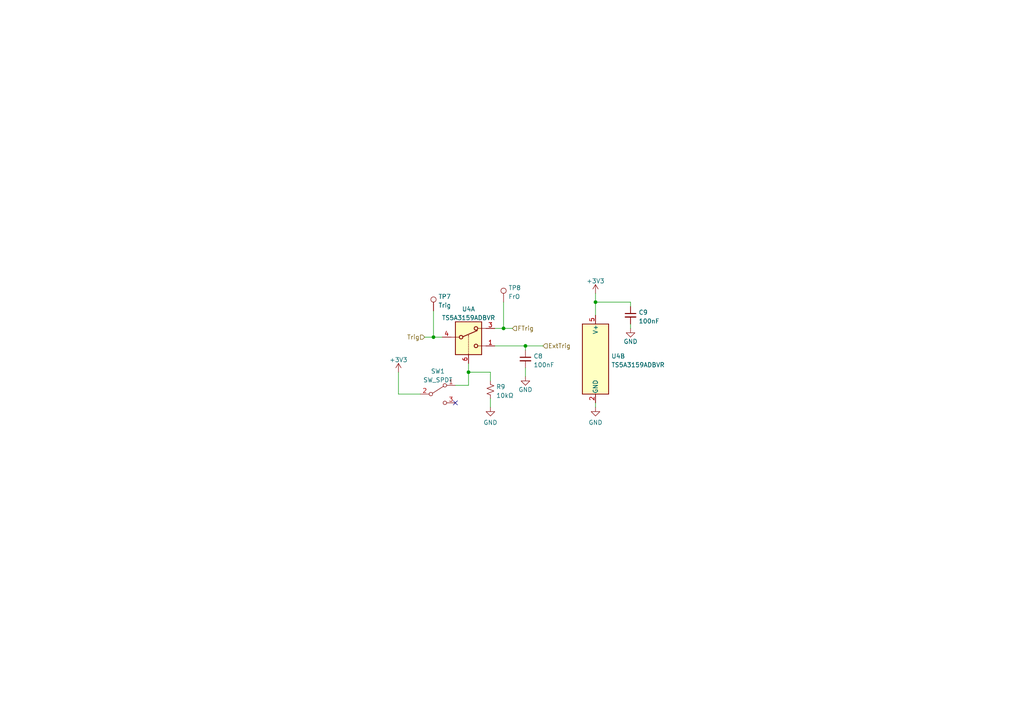
<source format=kicad_sch>
(kicad_sch (version 20211123) (generator eeschema)
  (paper "A4")
  (lib_symbols
    (symbol "Analog_Switch:TS5A3159ADBVR" (pin_names (offset 0.127))
      (property "Reference" "U" (at -3.175 4.699 0))
      (property "Value" "TS5A3159ADBVR" (at -3.175 2.921 0))
      (symbol "TS5A3159ADBVR_1_1"
        (rectangle (start -3.81 1.905) (end 3.81 -7.62) (stroke (width 0.254)) (fill (type background)))
        (circle (center -2.159 -2.54) (radius 0.508) (stroke (width 0.254)))
        (polyline (pts (xy -5.08 -2.54) (xy -2.794 -2.54)))
        (polyline (pts (xy -1.651 -2.413) (xy 2.54 -0.635)) (stroke (width 0.254)))
        (polyline (pts (xy 0 -7.62) (xy 0 -7.112)))
        (polyline (pts (xy 0 -6.858) (xy 0 -6.604)))
        (polyline (pts (xy 0 -6.35) (xy 0 -6.096)))
        (polyline (pts (xy 0 -5.842) (xy 0 -5.588)))
        (polyline (pts (xy 0 -5.334) (xy 0 -5.08)))
        (polyline (pts (xy 0 -4.826) (xy 0 -4.572)))
        (polyline (pts (xy 0 -4.318) (xy 0 -4.064)))
        (polyline (pts (xy 0 -3.81) (xy 0 -3.556)))
        (polyline (pts (xy 0 -3.302) (xy 0 -3.048)))
        (polyline (pts (xy 0 -2.794) (xy 0 -2.54)))
        (polyline (pts (xy 0 -2.286) (xy 0 -2.032)))
        (polyline (pts (xy 0 -2.286) (xy 0 -2.032)))
        (polyline (pts (xy 5.08 -5.08) (xy 2.794 -5.08)))
        (polyline (pts (xy 5.08 0) (xy 2.794 0)))
        (circle (center 2.159 -5.08) (radius 0.508) (stroke (width 0.254)))
        (circle (center 2.159 0) (radius 0.508) (stroke (width 0.254)))
        (pin passive line (at 7.62 -5.08 180) (length 2.54) (name "~") (number "1"))
        (pin passive line (at 7.62 0 180) (length 2.54) (name "~") (number "3"))
        (pin passive line (at -7.62 -2.54 0) (length 2.54) (name "~") (number "4"))
        (pin input line (at 0 -10.16 90) (length 2.54) (name "~") (number "6"))
      )
      (symbol "TS5A3159ADBVR_2_0"
        (pin power_in line (at 0 -12.7 90) (length 2.54) (name "GND") (number "2"))
        (pin power_in line (at 0 12.7 270) (length 2.54) (name "V+") (number "5"))
      )
      (symbol "TS5A3159ADBVR_2_1"
        (rectangle (start -3.81 10.16) (end 3.81 -10.16) (stroke (width 0.254)) (fill (type background)))
      )
    )
    (symbol "Connector:TestPoint" (pin_numbers hide) (pin_names (offset 0.762) hide)
      (property "Reference" "TP" (at 0 6.858 0))
      (property "Value" "TestPoint" (at 0 5.08 0))
      (symbol "TestPoint_0_1"
        (circle (center 0 3.302) (radius 0.762))
      )
      (symbol "TestPoint_1_1"
        (pin passive line (at 0 0 90) (length 2.54) (name "1") (number "1"))
      )
    )
    (symbol "Device:C_Small" (pin_numbers hide) (pin_names (offset 0.254) hide)
      (property "Reference" "C" (at 0.254 1.778 0))
      (property "Value" "C_Small" (at 0.254 -2.032 0))
      (symbol "C_Small_0_1"
        (polyline (pts (xy -1.524 -0.508) (xy 1.524 -0.508)) (stroke (width 0.3302)))
        (polyline (pts (xy -1.524 0.508) (xy 1.524 0.508)) (stroke (width 0.3048)))
      )
      (symbol "C_Small_1_1"
        (pin passive line (at 0 2.54 270) (length 2.032) (name "~") (number "1"))
        (pin passive line (at 0 -2.54 90) (length 2.032) (name "~") (number "2"))
      )
    )
    (symbol "Device:R_Small_US" (pin_numbers hide) (pin_names (offset 0.254) hide)
      (property "Reference" "R" (at 0.762 0.508 0))
      (property "Value" "R_Small_US" (at 0.762 -1.016 0))
      (symbol "R_Small_US_1_1"
        (polyline (pts (xy 0 0) (xy 1.016 -0.381) (xy 0 -0.762) (xy -1.016 -1.143) (xy 0 -1.524)))
        (polyline (pts (xy 0 1.524) (xy 1.016 1.143) (xy 0 0.762) (xy -1.016 0.381) (xy 0 0)))
        (pin passive line (at 0 2.54 270) (length 1.016) (name "~") (number "1"))
        (pin passive line (at 0 -2.54 90) (length 1.016) (name "~") (number "2"))
      )
    )
    (symbol "Switch:SW_SPDT" (pin_names (offset 0) hide)
      (property "Reference" "SW" (at 0 4.318 0))
      (property "Value" "SW_SPDT" (at 0 -5.08 0))
      (symbol "SW_SPDT_0_0"
        (circle (center -2.032 0) (radius 0.508))
        (circle (center 2.032 -2.54) (radius 0.508))
      )
      (symbol "SW_SPDT_0_1"
        (polyline (pts (xy -1.524 0.254) (xy 1.651 2.286)))
        (circle (center 2.032 2.54) (radius 0.508))
      )
      (symbol "SW_SPDT_1_1"
        (pin passive line (at 5.08 2.54 180) (length 2.54) (name "A") (number "1"))
        (pin passive line (at -5.08 0 0) (length 2.54) (name "B") (number "2"))
        (pin passive line (at 5.08 -2.54 180) (length 2.54) (name "C") (number "3"))
      )
    )
    (symbol "power:+3.3V" (power) (pin_names (offset 0))
      (property "Value" "+3.3V" (at 0 3.556 0))
      (symbol "+3.3V_0_1"
        (polyline (pts (xy -0.762 1.27) (xy 0 2.54)))
        (polyline (pts (xy 0 0) (xy 0 2.54)))
        (polyline (pts (xy 0 2.54) (xy 0.762 1.27)))
      )
      (symbol "+3.3V_1_1"
        (pin power_in line (at 0 0 90) (length 0) hide (name "+3V3") (number "1"))
      )
    )
    (symbol "power:GND" (power) (pin_names (offset 0))
      (property "Value" "GND" (at 0 -3.81 0))
      (symbol "GND_0_1"
        (polyline (pts (xy 0 0) (xy 0 -1.27) (xy 1.27 -1.27) (xy 0 -2.54) (xy -1.27 -1.27) (xy 0 -1.27)))
      )
      (symbol "GND_1_1"
        (pin power_in line (at 0 0 270) (length 0) hide (name "GND") (number "1"))
      )
    )
  )
  (junction (at 125.73 97.79))
  (junction (at 135.89 107.95))
  (junction (at 146.05 95.25))
  (junction (at 172.72 87.63))
  (junction (at 152.4 100.33))
  (no_connect (at 132.08 116.84))
  (wire (pts (xy 135.89 111.76) (xy 135.89 107.95)))
  (wire (pts (xy 182.88 88.9) (xy 182.88 87.63)))
  (wire (pts (xy 125.73 97.79) (xy 128.27 97.79)))
  (wire (pts (xy 182.88 95.25) (xy 182.88 93.98)))
  (wire (pts (xy 148.59 95.25) (xy 146.05 95.25)))
  (wire (pts (xy 143.51 100.33) (xy 152.4 100.33)))
  (wire (pts (xy 115.57 107.95) (xy 115.57 114.3)))
  (wire (pts (xy 142.24 115.57) (xy 142.24 118.11)))
  (wire (pts (xy 172.72 116.84) (xy 172.72 118.11)))
  (wire (pts (xy 146.05 95.25) (xy 143.51 95.25)))
  (wire (pts (xy 152.4 101.6) (xy 152.4 100.33)))
  (wire (pts (xy 172.72 87.63) (xy 172.72 91.44)))
  (wire (pts (xy 142.24 107.95) (xy 142.24 110.49)))
  (wire (pts (xy 152.4 100.33) (xy 157.48 100.33)))
  (wire (pts (xy 172.72 87.63) (xy 182.88 87.63)))
  (wire (pts (xy 121.92 114.3) (xy 115.57 114.3)))
  (wire (pts (xy 135.89 105.41) (xy 135.89 107.95)))
  (wire (pts (xy 132.08 111.76) (xy 135.89 111.76)))
  (wire (pts (xy 172.72 85.09) (xy 172.72 87.63)))
  (wire (pts (xy 135.89 107.95) (xy 142.24 107.95)))
  (wire (pts (xy 152.4 106.68) (xy 152.4 109.22)))
  (wire (pts (xy 125.73 90.17) (xy 125.73 97.79)))
  (wire (pts (xy 123.19 97.79) (xy 125.73 97.79)))
  (wire (pts (xy 146.05 87.63) (xy 146.05 95.25)))
  (hierarchical_label "Trig" (shape input) (at 123.19 97.79 180))
  (hierarchical_label "ExtTrig" (shape input) (at 157.48 100.33 0))
  (hierarchical_label "FTrig" (shape input) (at 148.59 95.25 0))
  (symbol (lib_id "Switch:SW_SPDT") (at 127 114.3 0) (unit 1)
    (property "Reference" "SW1" (at 127 107.6792 0))
    (property "Value" "SW_SPDT" (at 127 110.2161 0))
    (property "Footprint" "ul_JS102011SCQN:JS102011SCQN" (effects hide))
  )
  (symbol (lib_id "Analog_Switch:TS5A3159ADBVR") (at 135.89 95.25 0) (unit 1)
    (property "Reference" "U4" (at 135.89 89.6452 0))
    (property "Value" "TS5A3159ADBVR" (at 135.89 92.1821 0))
    (property "Footprint" "Package_TO_SOT_SMD:SOT-23-6_Handsoldering" (effects hide))
    (property "Datasheet" "http://www.ti.com/lit/ds/symlink/ts5a3159a.pdf" (effects hide))
  )
  (symbol (lib_id "power:GND") (at 152.4 109.22 0) (unit 1)
    (property "Reference" "#PWR022" (effects hide))
    (property "Value" "GND" (at 152.4 113.03 0))
  )
  (symbol (lib_id "power:GND") (at 182.88 95.25 0) (unit 1)
    (property "Reference" "#PWR025" (effects hide))
    (property "Value" "GND" (at 182.88 99.06 0))
  )
  (symbol (lib_id "power:GND") (at 142.24 118.11 0) (unit 1)
    (property "Reference" "#PWR021" (effects hide))
    (property "Value" "GND" (at 142.24 122.5534 0))
  )
  (symbol (lib_id "power:+3.3V") (at 115.57 107.95 0) (unit 1)
    (property "Reference" "#PWR020" (effects hide))
    (property "Value" "+3.3V" (at 115.57 104.3742 0))
  )
  (symbol (lib_id "power:GND") (at 172.72 118.11 0) (unit 1)
    (property "Reference" "#PWR024" (effects hide))
    (property "Value" "GND" (at 172.72 122.5534 0))
  )
  (symbol (lib_id "Device:C_Small") (at 182.88 91.44 0) (unit 1)
    (property "Reference" "C9" (at 185.2041 90.6116 0) (effects (justify left)))
    (property "Value" "100nF" (at 185.2041 93.1485 0) (effects (justify left)))
    (property "Footprint" "Capacitor_SMD:C_0603_1608Metric_Pad1.08x0.95mm_HandSolder" (effects hide))
  )
  (symbol (lib_id "power:+3.3V") (at 172.72 85.09 0) (unit 1)
    (property "Reference" "#PWR023" (effects hide))
    (property "Value" "+3.3V" (at 172.72 81.5142 0))
  )
  (symbol (lib_id "Connector:TestPoint") (at 125.73 90.17 0) (unit 1)
    (property "Reference" "TP7" (at 127.127 86.0333 0) (effects (justify left)))
    (property "Value" "Trig" (at 127.127 88.5702 0) (effects (justify left)))
    (property "Footprint" "TestPoint:TestPoint_Pad_D1.0mm" (effects hide))
  )
  (symbol (lib_id "Connector:TestPoint") (at 146.05 87.63 0) (unit 1)
    (property "Reference" "TP8" (at 147.447 83.4933 0) (effects (justify left)))
    (property "Value" "FrO" (at 147.447 86.0302 0) (effects (justify left)))
    (property "Footprint" "TestPoint:TestPoint_Pad_D1.0mm" (effects hide))
  )
  (symbol (lib_id "Device:C_Small") (at 152.4 104.14 0) (unit 1)
    (property "Reference" "C8" (at 154.7241 103.3116 0) (effects (justify left)))
    (property "Value" "100nF" (at 154.7241 105.8485 0) (effects (justify left)))
    (property "Footprint" "Capacitor_SMD:C_0603_1608Metric_Pad1.08x0.95mm_HandSolder" (effects hide))
  )
  (symbol (lib_id "Analog_Switch:TS5A3159ADBVR") (at 172.72 104.14 0) (unit 2)
    (property "Reference" "U4" (at 177.292 103.3053 0) (effects (justify left)))
    (property "Value" "TS5A3159ADBVR" (at 177.292 105.8422 0) (effects (justify left)))
    (property "Footprint" "Package_TO_SOT_SMD:SOT-23-6_Handsoldering" (effects hide))
    (property "Datasheet" "http://www.ti.com/lit/ds/symlink/ts5a3159a.pdf" (effects hide))
  )
  (symbol (lib_id "Device:R_Small_US") (at 142.24 113.03 0) (unit 1)
    (property "Reference" "R9" (at 143.891 112.1953 0) (effects (justify left)))
    (property "Value" "10kΩ" (at 143.891 114.7322 0) (effects (justify left)))
    (property "Footprint" "Resistor_SMD:R_0603_1608Metric_Pad0.98x0.95mm_HandSolder" (effects hide))
  )
)
</source>
